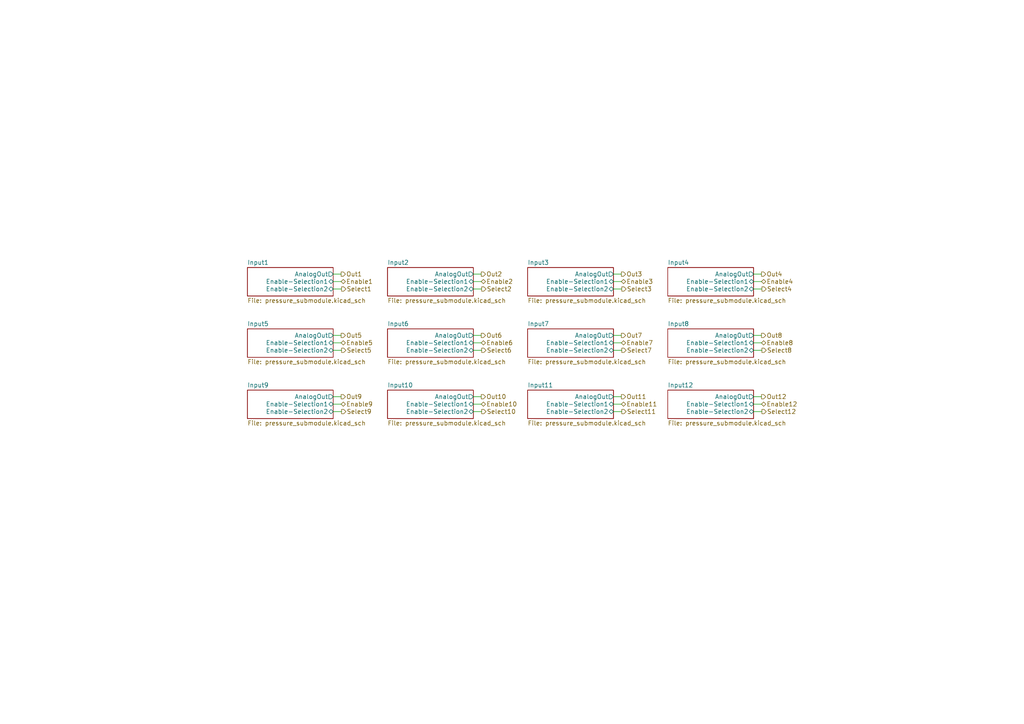
<source format=kicad_sch>
(kicad_sch (version 20211123) (generator eeschema)
  (paper "A4")
  (lib_symbols)
  (wire (pts (xy 218.567 99.441) (xy 220.853 99.441)))
  (wire (pts (xy 137.287 83.82) (xy 139.7 83.82)))
  (wire (pts (xy 218.567 83.82) (xy 220.98 83.82)))
  (wire (pts (xy 96.647 119.38) (xy 99.06 119.38)))
  (wire (pts (xy 137.287 101.6) (xy 139.7 101.6)))
  (wire (pts (xy 218.567 97.282) (xy 220.853 97.282)))
  (wire (pts (xy 177.927 83.82) (xy 180.34 83.82)))
  (wire (pts (xy 96.647 79.502) (xy 98.933 79.502)))
  (wire (pts (xy 218.567 79.502) (xy 220.853 79.502)))
  (wire (pts (xy 218.567 119.38) (xy 220.98 119.38)))
  (wire (pts (xy 177.927 119.38) (xy 180.34 119.38)))
  (wire (pts (xy 96.647 117.221) (xy 98.933 117.221)))
  (wire (pts (xy 177.927 81.661) (xy 180.213 81.661)))
  (wire (pts (xy 177.927 117.221) (xy 180.213 117.221)))
  (wire (pts (xy 137.287 119.38) (xy 139.7 119.38)))
  (wire (pts (xy 96.647 81.661) (xy 98.933 81.661)))
  (wire (pts (xy 177.927 79.502) (xy 180.213 79.502)))
  (wire (pts (xy 218.567 81.661) (xy 220.853 81.661)))
  (wire (pts (xy 137.287 81.661) (xy 139.573 81.661)))
  (wire (pts (xy 177.927 97.282) (xy 180.213 97.282)))
  (wire (pts (xy 177.927 99.441) (xy 180.213 99.441)))
  (wire (pts (xy 137.287 99.441) (xy 139.573 99.441)))
  (wire (pts (xy 137.287 79.502) (xy 139.573 79.502)))
  (wire (pts (xy 177.927 101.6) (xy 180.34 101.6)))
  (wire (pts (xy 96.647 115.062) (xy 98.933 115.062)))
  (wire (pts (xy 218.567 115.062) (xy 220.853 115.062)))
  (wire (pts (xy 137.287 115.062) (xy 139.573 115.062)))
  (wire (pts (xy 96.647 99.441) (xy 98.933 99.441)))
  (wire (pts (xy 96.647 97.282) (xy 98.933 97.282)))
  (wire (pts (xy 96.647 101.6) (xy 99.06 101.6)))
  (wire (pts (xy 177.927 115.062) (xy 180.213 115.062)))
  (wire (pts (xy 96.647 83.82) (xy 99.06 83.82)))
  (wire (pts (xy 218.567 117.221) (xy 220.853 117.221)))
  (wire (pts (xy 218.567 101.6) (xy 220.98 101.6)))
  (wire (pts (xy 137.287 117.221) (xy 139.573 117.221)))
  (wire (pts (xy 137.287 97.282) (xy 139.573 97.282)))
  (hierarchical_label "Select9" (shape output) (at 99.06 119.38 0))
  (hierarchical_label "Out11" (shape output) (at 180.213 115.062 0))
  (hierarchical_label "Enable6" (shape bidirectional) (at 139.573 99.441 0))
  (hierarchical_label "Out12" (shape output) (at 220.853 115.062 0))
  (hierarchical_label "Enable7" (shape bidirectional) (at 180.213 99.441 0))
  (hierarchical_label "Enable1" (shape bidirectional) (at 98.933 81.661 0))
  (hierarchical_label "Enable4" (shape bidirectional) (at 220.853 81.661 0))
  (hierarchical_label "Select10" (shape output) (at 139.7 119.38 0))
  (hierarchical_label "Out5" (shape output) (at 98.933 97.282 0))
  (hierarchical_label "Select2" (shape output) (at 139.7 83.82 0))
  (hierarchical_label "Out1" (shape output) (at 98.933 79.502 0))
  (hierarchical_label "Select7" (shape output) (at 180.34 101.6 0))
  (hierarchical_label "Enable10" (shape bidirectional) (at 139.573 117.221 0))
  (hierarchical_label "Out10" (shape output) (at 139.573 115.062 0))
  (hierarchical_label "Select3" (shape output) (at 180.34 83.82 0))
  (hierarchical_label "Select4" (shape output) (at 220.98 83.82 0))
  (hierarchical_label "Select11" (shape output) (at 180.34 119.38 0))
  (hierarchical_label "Out7" (shape output) (at 180.213 97.282 0))
  (hierarchical_label "Enable11" (shape bidirectional) (at 180.213 117.221 0))
  (hierarchical_label "Select6" (shape output) (at 139.7 101.6 0))
  (hierarchical_label "Enable9" (shape bidirectional) (at 98.933 117.221 0))
  (hierarchical_label "Select8" (shape output) (at 220.98 101.6 0))
  (hierarchical_label "Enable12" (shape bidirectional) (at 220.853 117.221 0))
  (hierarchical_label "Enable8" (shape bidirectional) (at 220.853 99.441 0))
  (hierarchical_label "Select12" (shape output) (at 220.98 119.38 0))
  (hierarchical_label "Enable5" (shape bidirectional) (at 98.933 99.441 0))
  (hierarchical_label "Out4" (shape output) (at 220.853 79.502 0))
  (hierarchical_label "Out8" (shape output) (at 220.853 97.282 0))
  (hierarchical_label "Select5" (shape output) (at 99.06 101.6 0))
  (hierarchical_label "Out9" (shape output) (at 98.933 115.062 0))
  (hierarchical_label "Out6" (shape output) (at 139.573 97.282 0))
  (hierarchical_label "Select1" (shape output) (at 99.06 83.82 0))
  (hierarchical_label "Enable2" (shape bidirectional) (at 139.573 81.661 0))
  (hierarchical_label "Enable3" (shape bidirectional) (at 180.213 81.661 0))
  (hierarchical_label "Out2" (shape output) (at 139.573 79.502 0))
  (hierarchical_label "Out3" (shape output) (at 180.213 79.502 0))
  (sheet (at 193.675 95.377) (size 24.892 8.255) (stroke (width 0.1524))
    (property "Sheet name" "Input8" (at 193.675 94.6654 0) (effects (justify left bottom)))
    (property "Sheet file" "pressure_submodule.kicad_sch" (at 193.675 104.2166 0) (effects (justify left top)))
    (pin "Enable-Selection2" bidirectional (at 218.567 101.6 0))
    (pin "Enable-Selection1" bidirectional (at 218.567 99.441 0))
    (pin "AnalogOut" output (at 218.567 97.282 0))
  )
  (sheet (at 153.035 113.157) (size 24.892 8.255) (stroke (width 0.1524))
    (property "Sheet name" "Input11" (at 153.035 112.4454 0) (effects (justify left bottom)))
    (property "Sheet file" "pressure_submodule.kicad_sch" (at 153.035 121.9966 0) (effects (justify left top)))
    (pin "Enable-Selection2" bidirectional (at 177.927 119.38 0))
    (pin "Enable-Selection1" bidirectional (at 177.927 117.221 0))
    (pin "AnalogOut" output (at 177.927 115.062 0))
  )
  (sheet (at 71.755 77.597) (size 24.892 8.255) (stroke (width 0.1524))
    (property "Sheet name" "Input1" (at 71.755 76.8854 0) (effects (justify left bottom)))
    (property "Sheet file" "pressure_submodule.kicad_sch" (at 71.755 86.4366 0) (effects (justify left top)))
    (pin "Enable-Selection2" bidirectional (at 96.647 83.82 0))
    (pin "Enable-Selection1" bidirectional (at 96.647 81.661 0))
    (pin "AnalogOut" output (at 96.647 79.502 0))
  )
  (sheet (at 193.675 113.157) (size 24.892 8.255) (stroke (width 0.1524))
    (property "Sheet name" "Input12" (at 193.675 112.4454 0) (effects (justify left bottom)))
    (property "Sheet file" "pressure_submodule.kicad_sch" (at 193.675 121.9966 0) (effects (justify left top)))
    (pin "Enable-Selection2" bidirectional (at 218.567 119.38 0))
    (pin "Enable-Selection1" bidirectional (at 218.567 117.221 0))
    (pin "AnalogOut" output (at 218.567 115.062 0))
  )
  (sheet (at 193.675 77.597) (size 24.892 8.255) (stroke (width 0.1524))
    (property "Sheet name" "Input4" (at 193.675 76.8854 0) (effects (justify left bottom)))
    (property "Sheet file" "pressure_submodule.kicad_sch" (at 193.675 86.4366 0) (effects (justify left top)))
    (pin "Enable-Selection2" bidirectional (at 218.567 83.82 0))
    (pin "Enable-Selection1" bidirectional (at 218.567 81.661 0))
    (pin "AnalogOut" output (at 218.567 79.502 0))
  )
  (sheet (at 112.395 95.377) (size 24.892 8.255) (stroke (width 0.1524))
    (property "Sheet name" "Input6" (at 112.395 94.6654 0) (effects (justify left bottom)))
    (property "Sheet file" "pressure_submodule.kicad_sch" (at 112.395 104.2166 0) (effects (justify left top)))
    (pin "Enable-Selection2" bidirectional (at 137.287 101.6 0))
    (pin "Enable-Selection1" bidirectional (at 137.287 99.441 0))
    (pin "AnalogOut" output (at 137.287 97.282 0))
  )
  (sheet (at 153.035 95.377) (size 24.892 8.255) (stroke (width 0.1524))
    (property "Sheet name" "Input7" (at 153.035 94.6654 0) (effects (justify left bottom)))
    (property "Sheet file" "pressure_submodule.kicad_sch" (at 153.035 104.2166 0) (effects (justify left top)))
    (pin "Enable-Selection2" bidirectional (at 177.927 101.6 0))
    (pin "Enable-Selection1" bidirectional (at 177.927 99.441 0))
    (pin "AnalogOut" output (at 177.927 97.282 0))
  )
  (sheet (at 112.395 77.597) (size 24.892 8.255) (stroke (width 0.1524))
    (property "Sheet name" "Input2" (at 112.395 76.8854 0) (effects (justify left bottom)))
    (property "Sheet file" "pressure_submodule.kicad_sch" (at 112.395 86.4366 0) (effects (justify left top)))
    (pin "Enable-Selection2" bidirectional (at 137.287 83.82 0))
    (pin "Enable-Selection1" bidirectional (at 137.287 81.661 0))
    (pin "AnalogOut" output (at 137.287 79.502 0))
  )
  (sheet (at 153.035 77.597) (size 24.892 8.255) (stroke (width 0.1524))
    (property "Sheet name" "Input3" (at 153.035 76.8854 0) (effects (justify left bottom)))
    (property "Sheet file" "pressure_submodule.kicad_sch" (at 153.035 86.4366 0) (effects (justify left top)))
    (pin "Enable-Selection2" bidirectional (at 177.927 83.82 0))
    (pin "Enable-Selection1" bidirectional (at 177.927 81.661 0))
    (pin "AnalogOut" output (at 177.927 79.502 0))
  )
  (sheet (at 71.755 95.377) (size 24.892 8.255) (stroke (width 0.1524))
    (property "Sheet name" "Input5" (at 71.755 94.6654 0) (effects (justify left bottom)))
    (property "Sheet file" "pressure_submodule.kicad_sch" (at 71.755 104.2166 0) (effects (justify left top)))
    (pin "Enable-Selection2" bidirectional (at 96.647 101.6 0))
    (pin "Enable-Selection1" bidirectional (at 96.647 99.441 0))
    (pin "AnalogOut" output (at 96.647 97.282 0))
  )
  (sheet (at 71.755 113.157) (size 24.892 8.255) (stroke (width 0.1524))
    (property "Sheet name" "Input9" (at 71.755 112.4454 0) (effects (justify left bottom)))
    (property "Sheet file" "pressure_submodule.kicad_sch" (at 71.755 121.9966 0) (effects (justify left top)))
    (pin "Enable-Selection2" bidirectional (at 96.647 119.38 0))
    (pin "Enable-Selection1" bidirectional (at 96.647 117.221 0))
    (pin "AnalogOut" output (at 96.647 115.062 0))
  )
  (sheet (at 112.395 113.157) (size 24.892 8.255) (stroke (width 0.1524))
    (property "Sheet name" "Input10" (at 112.395 112.4454 0) (effects (justify left bottom)))
    (property "Sheet file" "pressure_submodule.kicad_sch" (at 112.395 121.9966 0) (effects (justify left top)))
    (pin "Enable-Selection2" bidirectional (at 137.287 119.38 0))
    (pin "Enable-Selection1" bidirectional (at 137.287 117.221 0))
    (pin "AnalogOut" output (at 137.287 115.062 0))
  )
)
</source>
